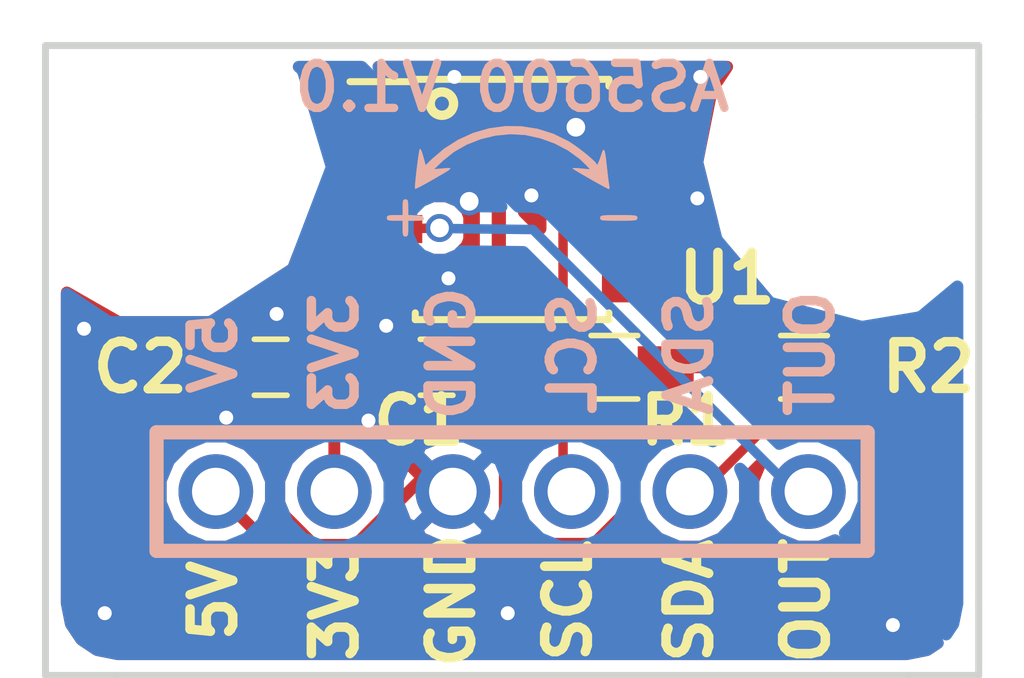
<source format=kicad_pcb>
(kicad_pcb (version 20171130) (host pcbnew "(5.1.10)-1")

  (general
    (thickness 1.6)
    (drawings 30)
    (tracks 76)
    (zones 0)
    (modules 22)
    (nets 10)
  )

  (page A4)
  (layers
    (0 F.Cu signal)
    (31 B.Cu signal)
    (32 B.Adhes user)
    (33 F.Adhes user)
    (34 B.Paste user)
    (35 F.Paste user)
    (36 B.SilkS user)
    (37 F.SilkS user)
    (38 B.Mask user)
    (39 F.Mask user)
    (40 Dwgs.User user)
    (41 Cmts.User user)
    (42 Eco1.User user)
    (43 Eco2.User user)
    (44 Edge.Cuts user)
    (45 Margin user)
    (46 B.CrtYd user)
    (47 F.CrtYd user)
    (48 B.Fab user)
    (49 F.Fab user hide)
  )

  (setup
    (last_trace_width 0.2032)
    (trace_clearance 0.1778)
    (zone_clearance 0.254)
    (zone_45_only no)
    (trace_min 0.2)
    (via_size 0.6)
    (via_drill 0.4)
    (via_min_size 0.4)
    (via_min_drill 0.3)
    (uvia_size 0.3)
    (uvia_drill 0.1)
    (uvias_allowed no)
    (uvia_min_size 0.2)
    (uvia_min_drill 0.1)
    (edge_width 0.15)
    (segment_width 0.2)
    (pcb_text_width 0.3)
    (pcb_text_size 1.5 1.5)
    (mod_edge_width 0.15)
    (mod_text_size 1 1)
    (mod_text_width 0.15)
    (pad_size 0.6 0.6)
    (pad_drill 0.3)
    (pad_to_mask_clearance 0)
    (aux_axis_origin 30 120)
    (grid_origin 30 120)
    (visible_elements 7FFFFF7F)
    (pcbplotparams
      (layerselection 0x00030_7ffffffe)
      (usegerberextensions true)
      (usegerberattributes true)
      (usegerberadvancedattributes true)
      (creategerberjobfile true)
      (excludeedgelayer true)
      (linewidth 0.100000)
      (plotframeref false)
      (viasonmask false)
      (mode 1)
      (useauxorigin false)
      (hpglpennumber 1)
      (hpglpenspeed 20)
      (hpglpendiameter 15.000000)
      (psnegative false)
      (psa4output false)
      (plotreference true)
      (plotvalue true)
      (plotinvisibletext false)
      (padsonsilk false)
      (subtractmaskfromsilk true)
      (outputformat 3)
      (mirror false)
      (drillshape 0)
      (scaleselection 1)
      (outputdirectory "step"))
  )

  (net 0 "")
  (net 1 +5V)
  (net 2 GND)
  (net 3 +3V3)
  (net 4 /OUT)
  (net 5 /SDA)
  (net 6 /SCL)
  (net 7 "Net-(P2-Pad1)")
  (net 8 "Net-(P3-Pad1)")
  (net 9 "Net-(U1-Pad5)")

  (net_class Default "これは標準のネット クラスです。"
    (clearance 0.1778)
    (trace_width 0.2032)
    (via_dia 0.6)
    (via_drill 0.4)
    (uvia_dia 0.3)
    (uvia_drill 0.1)
    (add_net /OUT)
    (add_net /SCL)
    (add_net /SDA)
    (add_net "Net-(P2-Pad1)")
    (add_net "Net-(P3-Pad1)")
    (add_net "Net-(U1-Pad5)")
  )

  (net_class Power ""
    (clearance 0.1778)
    (trace_width 0.254)
    (via_dia 0.6)
    (via_drill 0.4)
    (uvia_dia 0.3)
    (uvia_drill 0.1)
    (add_net GND)
  )

  (net_class Power2 ""
    (clearance 0.1778)
    (trace_width 0.3048)
    (via_dia 0.7112)
    (via_drill 0.4572)
    (uvia_dia 0.3)
    (uvia_drill 0.1)
    (add_net +3V3)
    (add_net +5V)
  )

  (module user:USER_GNDvia (layer F.Cu) (tedit 597D569E) (tstamp 597DCCA3)
    (at 39.906 118.6665)
    (fp_text reference "" (at 0 0.5) (layer F.Fab) hide
      (effects (font (size 0.127 0.127) (thickness 0.03175)))
    )
    (fp_text value "" (at 0 -0.5) (layer F.Fab) hide
      (effects (font (size 0.127 0.127) (thickness 0.03175)))
    )
    (pad "" thru_hole circle (at 0 0) (size 0.6 0.6) (drill 0.3) (layers *.Cu)
      (net 2 GND) (solder_mask_margin -0.000001) (clearance -0.000001) (zone_connect 2))
  )

  (module user:USER_GNDvia (layer F.Cu) (tedit 597D580D) (tstamp 597DCC8E)
    (at 34.6355 114.6025)
    (fp_text reference "" (at 0 0.5) (layer F.Fab) hide
      (effects (font (size 0.127 0.127) (thickness 0.03175)))
    )
    (fp_text value "" (at 0 -0.5) (layer F.Fab) hide
      (effects (font (size 0.127 0.127) (thickness 0.03175)))
    )
    (pad "" thru_hole circle (at -0.762 -0.127) (size 0.6 0.6) (drill 0.3) (layers *.Cu)
      (net 2 GND) (solder_mask_margin -0.000001) (clearance -0.000001) (zone_connect 2))
  )

  (module user:USER_GNDvia (layer F.Cu) (tedit 597D569E) (tstamp 597DCC82)
    (at 37.3025 112.507)
    (fp_text reference "" (at 0 0.5) (layer F.Fab) hide
      (effects (font (size 0.127 0.127) (thickness 0.03175)))
    )
    (fp_text value "" (at 0 -0.5) (layer F.Fab) hide
      (effects (font (size 0.127 0.127) (thickness 0.03175)))
    )
    (pad "" thru_hole circle (at 0 0) (size 0.6 0.6) (drill 0.3) (layers *.Cu)
      (net 2 GND) (solder_mask_margin -0.000001) (clearance -0.000001) (zone_connect 2))
  )

  (module user:USER_GNDvia (layer F.Cu) (tedit 597D569E) (tstamp 597DCC7D)
    (at 38.636 111.491)
    (fp_text reference "" (at 0 0.5) (layer F.Fab) hide
      (effects (font (size 0.127 0.127) (thickness 0.03175)))
    )
    (fp_text value "" (at 0 -0.5) (layer F.Fab) hide
      (effects (font (size 0.127 0.127) (thickness 0.03175)))
    )
    (pad "" thru_hole circle (at 0 0) (size 0.6 0.6) (drill 0.3) (layers *.Cu)
      (net 2 GND) (solder_mask_margin -0.000001) (clearance -0.000001) (zone_connect 2))
  )

  (module user:USER_GNDvia (layer F.Cu) (tedit 597D5871) (tstamp 597DCC78)
    (at 34.445 112.3165)
    (fp_text reference "" (at 0 0.5) (layer F.Fab) hide
      (effects (font (size 0.127 0.127) (thickness 0.03175)))
    )
    (fp_text value "" (at 0 -0.5) (layer F.Fab) hide
      (effects (font (size 0.127 0.127) (thickness 0.03175)))
    )
    (pad "" thru_hole circle (at 0.508 -0.0635) (size 0.6 0.6) (drill 0.3) (layers *.Cu)
      (net 2 GND) (solder_mask_margin -0.000001) (clearance -0.000001) (zone_connect 2))
  )

  (module user:USER_GNDvia (layer F.Cu) (tedit 597D569E) (tstamp 597DCC73)
    (at 36.9215 114.539)
    (fp_text reference "" (at 0 0.5) (layer F.Fab) hide
      (effects (font (size 0.127 0.127) (thickness 0.03175)))
    )
    (fp_text value "" (at 0 -0.5) (layer F.Fab) hide
      (effects (font (size 0.127 0.127) (thickness 0.03175)))
    )
    (pad "" thru_hole circle (at 0 0) (size 0.6 0.6) (drill 0.3) (layers *.Cu)
      (net 2 GND) (solder_mask_margin -0.000001) (clearance -0.000001) (zone_connect 2))
  )

  (module user:USER_GNDvia (layer F.Cu) (tedit 597D569E) (tstamp 597DCC6E)
    (at 30.8255 112.5705)
    (fp_text reference "" (at 0 0.5) (layer F.Fab) hide
      (effects (font (size 0.127 0.127) (thickness 0.03175)))
    )
    (fp_text value "" (at 0 -0.5) (layer F.Fab) hide
      (effects (font (size 0.127 0.127) (thickness 0.03175)))
    )
    (pad "" thru_hole circle (at 0 0) (size 0.6 0.6) (drill 0.3) (layers *.Cu)
      (net 2 GND) (solder_mask_margin -0.000001) (clearance -0.000001) (zone_connect 2))
  )

  (module user:USER_GNDvia (layer F.Cu) (tedit 597D569E) (tstamp 597DCC69)
    (at 31.27 118.6665)
    (fp_text reference "" (at 0 0.5) (layer F.Fab) hide
      (effects (font (size 0.127 0.127) (thickness 0.03175)))
    )
    (fp_text value "" (at 0 -0.5) (layer F.Fab) hide
      (effects (font (size 0.127 0.127) (thickness 0.03175)))
    )
    (pad "" thru_hole circle (at 0 0) (size 0.6 0.6) (drill 0.3) (layers *.Cu)
      (net 2 GND) (solder_mask_margin -0.000001) (clearance -0.000001) (zone_connect 2))
  )

  (module user:USER_GNDvia (layer F.Cu) (tedit 597D569E) (tstamp 597DCC5F)
    (at 48.161 118.9205)
    (fp_text reference "" (at 0 0.5) (layer F.Fab) hide
      (effects (font (size 0.127 0.127) (thickness 0.03175)))
    )
    (fp_text value "" (at 0 -0.5) (layer F.Fab) hide
      (effects (font (size 0.127 0.127) (thickness 0.03175)))
    )
    (pad "" thru_hole circle (at 0 0) (size 0.6 0.6) (drill 0.3) (layers *.Cu)
      (net 2 GND) (solder_mask_margin -0.000001) (clearance -0.000001) (zone_connect 2))
  )

  (module user:USER_GNDvia (layer F.Cu) (tedit 597D569E) (tstamp 597DCC53)
    (at 40.414 109.713)
    (fp_text reference "" (at 0 0.5) (layer F.Fab) hide
      (effects (font (size 0.127 0.127) (thickness 0.03175)))
    )
    (fp_text value "" (at 0 -0.5) (layer F.Fab) hide
      (effects (font (size 0.127 0.127) (thickness 0.03175)))
    )
    (pad "" thru_hole circle (at 0 0) (size 0.6 0.6) (drill 0.3) (layers *.Cu)
      (net 2 GND) (solder_mask_margin -0.000001) (clearance -0.000001) (zone_connect 2))
  )

  (module user:USER_GNDvia (layer F.Cu) (tedit 597D569E) (tstamp 597DCC4E)
    (at 38.763 107.173)
    (fp_text reference "" (at 0 0.5) (layer F.Fab) hide
      (effects (font (size 0.127 0.127) (thickness 0.03175)))
    )
    (fp_text value "" (at 0 -0.5) (layer F.Fab) hide
      (effects (font (size 0.127 0.127) (thickness 0.03175)))
    )
    (pad "" thru_hole circle (at 0 0) (size 0.6 0.6) (drill 0.3) (layers *.Cu)
      (net 2 GND) (solder_mask_margin -0.000001) (clearance -0.000001) (zone_connect 2))
  )

  (module user:USER_GNDvia (layer F.Cu) (tedit 597D569E) (tstamp 597DCC43)
    (at 43.97 109.7765)
    (fp_text reference "" (at 0 0.5) (layer F.Fab) hide
      (effects (font (size 0.127 0.127) (thickness 0.03175)))
    )
    (fp_text value "" (at 0 -0.5) (layer F.Fab) hide
      (effects (font (size 0.127 0.127) (thickness 0.03175)))
    )
    (pad "" thru_hole circle (at 0 0) (size 0.6 0.6) (drill 0.3) (layers *.Cu)
      (net 2 GND) (solder_mask_margin -0.000001) (clearance -0.000001) (zone_connect 2))
  )

  (module Mounting_Holes:MountingHole_3.2mm_M3 (layer F.Cu) (tedit 597422B9) (tstamp 5974403A)
    (at 32.5 109)
    (descr "Mounting Hole 3.2mm, no annular, M3")
    (tags "mounting hole 3.2mm no annular m3")
    (path /59741010)
    (fp_text reference P2 (at 0 -4.2) (layer F.SilkS) hide
      (effects (font (size 1 1) (thickness 0.15)))
    )
    (fp_text value MountHole_M3 (at 0 4.2) (layer F.Fab) hide
      (effects (font (size 1 1) (thickness 0.15)))
    )
    (fp_circle (center 0 0) (end 3.45 0) (layer F.CrtYd) (width 0.05))
    (fp_circle (center 0 0) (end 3.2 0) (layer Cmts.User) (width 0.15))
    (pad 1 np_thru_hole circle (at 0 0) (size 3.2 3.2) (drill 3.2) (layers *.Cu *.Mask)
      (net 7 "Net-(P2-Pad1)"))
  )

  (module Mounting_Holes:MountingHole_3.2mm_M3 (layer F.Cu) (tedit 597422B6) (tstamp 59744041)
    (at 47.5 109)
    (descr "Mounting Hole 3.2mm, no annular, M3")
    (tags "mounting hole 3.2mm no annular m3")
    (path /59741205)
    (fp_text reference P3 (at 0 -4.2) (layer F.SilkS) hide
      (effects (font (size 1 1) (thickness 0.15)))
    )
    (fp_text value MountHole_M3 (at 0 4.2) (layer F.Fab) hide
      (effects (font (size 1 1) (thickness 0.15)))
    )
    (fp_circle (center 0 0) (end 3.45 0) (layer F.CrtYd) (width 0.05))
    (fp_circle (center 0 0) (end 3.2 0) (layer Cmts.User) (width 0.15))
    (pad 1 np_thru_hole circle (at 0 0) (size 3.2 3.2) (drill 3.2) (layers *.Cu *.Mask)
      (net 8 "Net-(P3-Pad1)"))
  )

  (module logos:Logo_DirRot_v01 (layer B.Cu) (tedit 0) (tstamp 597440B2)
    (at 40 109.8 180)
    (path /59741E29)
    (fp_text reference G1 (at 0 0 180) (layer B.SilkS) hide
      (effects (font (size 1.524 1.524) (thickness 0.3)) (justify mirror))
    )
    (fp_text value LOGO (at 0.75 0 180) (layer B.SilkS) hide
      (effects (font (size 1.524 1.524) (thickness 0.3)) (justify mirror))
    )
    (fp_poly (pts (xy 0.492917 1.52099) (xy 0.829835 1.423992) (xy 1.153311 1.277949) (xy 1.457971 1.083556)
      (xy 1.710726 0.868716) (xy 1.855119 0.729049) (xy 1.905725 0.916004) (xy 1.93315 1.005266)
      (xy 1.957734 1.064361) (xy 1.974447 1.081376) (xy 1.975225 1.080646) (xy 1.985156 1.046099)
      (xy 1.998795 0.968464) (xy 2.014703 0.859834) (xy 2.031439 0.732302) (xy 2.047564 0.59796)
      (xy 2.061637 0.468902) (xy 2.07222 0.357219) (xy 2.077872 0.275006) (xy 2.077154 0.234355)
      (xy 2.076221 0.232369) (xy 2.0485 0.240951) (xy 1.9814 0.273403) (xy 1.884173 0.324941)
      (xy 1.766071 0.390781) (xy 1.730189 0.411319) (xy 1.566546 0.505509) (xy 1.448106 0.574677)
      (xy 1.37138 0.622351) (xy 1.332879 0.652056) (xy 1.329115 0.667322) (xy 1.356599 0.671674)
      (xy 1.411841 0.66864) (xy 1.481667 0.662573) (xy 1.679222 0.645575) (xy 1.483076 0.833044)
      (xy 1.244942 1.023625) (xy 0.970709 1.179234) (xy 0.671011 1.296559) (xy 0.356477 1.372289)
      (xy 0.037739 1.403112) (xy -0.274572 1.385716) (xy -0.285908 1.384098) (xy -0.608491 1.313724)
      (xy -0.917003 1.201244) (xy -1.201307 1.051701) (xy -1.451266 0.870139) (xy -1.594555 0.733006)
      (xy -1.679222 0.641675) (xy -1.488722 0.66029) (xy -1.393551 0.668021) (xy -1.325255 0.670577)
      (xy -1.298244 0.66743) (xy -1.298222 0.667255) (xy -1.321266 0.649894) (xy -1.383597 0.611184)
      (xy -1.47502 0.556924) (xy -1.585336 0.492915) (xy -1.704348 0.424957) (xy -1.821858 0.35885)
      (xy -1.927669 0.300394) (xy -2.011584 0.25539) (xy -2.063403 0.229638) (xy -2.074399 0.225778)
      (xy -2.08449 0.24884) (xy -2.079624 0.289278) (xy -2.070727 0.342125) (xy -2.057996 0.437)
      (xy -2.043229 0.55977) (xy -2.030227 0.677333) (xy -2.011059 0.849073) (xy -1.994715 0.968103)
      (xy -1.979463 1.037971) (xy -1.963568 1.062227) (xy -1.945301 1.04442) (xy -1.922926 0.988101)
      (xy -1.905476 0.932905) (xy -1.872433 0.835759) (xy -1.842062 0.766914) (xy -1.818752 0.734134)
      (xy -1.806893 0.745183) (xy -1.806222 0.757372) (xy -1.784685 0.791265) (xy -1.726474 0.849671)
      (xy -1.641192 0.924787) (xy -1.538442 1.008805) (xy -1.427825 1.093922) (xy -1.318944 1.172331)
      (xy -1.221401 1.236227) (xy -1.205152 1.245959) (xy -0.881658 1.40462) (xy -0.544729 1.510757)
      (xy -0.19974 1.565068) (xy 0.147934 1.568247) (xy 0.492917 1.52099)) (layer B.SilkS) (width 0.01))
    (fp_poly (pts (xy -2.129648 -0.339085) (xy -2.021065 -0.341168) (xy -1.951577 -0.346153) (xy -1.912508 -0.35528)
      (xy -1.895186 -0.369787) (xy -1.890935 -0.390916) (xy -1.890889 -0.395111) (xy -1.89382 -0.417447)
      (xy -1.908396 -0.432959) (xy -1.943291 -0.442886) (xy -2.007179 -0.448467) (xy -2.108735 -0.450942)
      (xy -2.256633 -0.451549) (xy -2.286 -0.451556) (xy -2.442352 -0.451137) (xy -2.550935 -0.449055)
      (xy -2.620423 -0.44407) (xy -2.659492 -0.434943) (xy -2.676814 -0.420435) (xy -2.681064 -0.399306)
      (xy -2.681111 -0.395111) (xy -2.67818 -0.372775) (xy -2.663604 -0.357263) (xy -2.628709 -0.347336)
      (xy -2.564821 -0.341755) (xy -2.463265 -0.33928) (xy -2.315367 -0.338673) (xy -2.286 -0.338667)
      (xy -2.129648 -0.339085)) (layer B.SilkS) (width 0.01))
    (fp_poly (pts (xy 2.317525 -0.006179) (xy 2.33456 -0.03332) (xy 2.341407 -0.094332) (xy 2.342445 -0.169333)
      (xy 2.342445 -0.338667) (xy 2.511778 -0.338667) (xy 2.606354 -0.340726) (xy 2.657458 -0.349773)
      (xy 2.677998 -0.370111) (xy 2.681111 -0.395111) (xy 2.674933 -0.426636) (xy 2.647791 -0.443671)
      (xy 2.586779 -0.450518) (xy 2.511778 -0.451556) (xy 2.342445 -0.451556) (xy 2.342445 -0.620889)
      (xy 2.340385 -0.715465) (xy 2.331338 -0.766569) (xy 2.311 -0.787109) (xy 2.286 -0.790222)
      (xy 2.254475 -0.784044) (xy 2.23744 -0.756902) (xy 2.230593 -0.69589) (xy 2.229556 -0.620889)
      (xy 2.229556 -0.451556) (xy 2.058153 -0.451556) (xy 1.963095 -0.449452) (xy 1.912701 -0.440763)
      (xy 1.895272 -0.421923) (xy 1.896149 -0.402167) (xy 1.914185 -0.372273) (xy 1.962296 -0.354653)
      (xy 2.052853 -0.345131) (xy 2.067552 -0.344314) (xy 2.229556 -0.33585) (xy 2.229556 -0.167925)
      (xy 2.23165 -0.073827) (xy 2.240834 -0.023154) (xy 2.261463 -0.002951) (xy 2.286 0)
      (xy 2.317525 -0.006179)) (layer B.SilkS) (width 0.01))
  )

  (module user:USER_GNDvia (layer F.Cu) (tedit 597D569E) (tstamp 597DCC32)
    (at 44.0335 107.173)
    (fp_text reference "" (at 0 0.5) (layer F.Fab) hide
      (effects (font (size 0.127 0.127) (thickness 0.03175)))
    )
    (fp_text value "" (at 0 -0.5) (layer F.Fab) hide
      (effects (font (size 0.127 0.127) (thickness 0.03175)))
    )
    (pad "" thru_hole circle (at 0 0) (size 0.6 0.6) (drill 0.3) (layers *.Cu)
      (net 2 GND) (solder_mask_margin -0.000001) (clearance -0.000001) (zone_connect 2))
  )

  (module footprints:C_0603_HandSoldering (layer F.Cu) (tedit 61454B21) (tstamp 6145B387)
    (at 38.382 113.396 180)
    (descr "Capacitor SMD 0603, hand soldering")
    (tags "capacitor 0603")
    (path /594F4454)
    (attr smd)
    (fp_text reference C1 (at 0.381 -1.143 180) (layer F.SilkS)
      (effects (font (size 0.9652 0.9652) (thickness 0.2032)))
    )
    (fp_text value 0.1u (at 0 1.5 180) (layer F.Fab) hide
      (effects (font (size 1 1) (thickness 0.15)))
    )
    (fp_line (start 1.8 0.65) (end -1.8 0.65) (layer F.CrtYd) (width 0.05))
    (fp_line (start 1.8 0.65) (end 1.8 -0.65) (layer F.CrtYd) (width 0.05))
    (fp_line (start -1.8 -0.65) (end -1.8 0.65) (layer F.CrtYd) (width 0.05))
    (fp_line (start -1.8 -0.65) (end 1.8 -0.65) (layer F.CrtYd) (width 0.05))
    (fp_line (start 0.35 0.6) (end -0.35 0.6) (layer F.SilkS) (width 0.12))
    (fp_line (start -0.35 -0.6) (end 0.35 -0.6) (layer F.SilkS) (width 0.12))
    (fp_line (start -0.8 -0.4) (end 0.8 -0.4) (layer F.Fab) (width 0.1))
    (fp_line (start 0.8 -0.4) (end 0.8 0.4) (layer F.Fab) (width 0.1))
    (fp_line (start 0.8 0.4) (end -0.8 0.4) (layer F.Fab) (width 0.1))
    (fp_line (start -0.8 0.4) (end -0.8 -0.4) (layer F.Fab) (width 0.1))
    (fp_text user %R (at 0 -1.25) (layer F.Fab)
      (effects (font (size 1 1) (thickness 0.15)))
    )
    (pad 1 smd rect (at -0.95 0 180) (size 1.2 0.75) (layers F.Cu F.Paste F.Mask)
      (net 1 +5V))
    (pad 2 smd rect (at 0.95 0 180) (size 1.2 0.75) (layers F.Cu F.Paste F.Mask)
      (net 2 GND))
    (model ${KIPRJMOD}/3d/C_0603_1608Metric.step
      (at (xyz 0 0 0))
      (scale (xyz 1 1 1))
      (rotate (xyz 0 0 0))
    )
  )

  (module footprints:C_0603_HandSoldering (layer F.Cu) (tedit 61454B21) (tstamp 6145B397)
    (at 34.826 113.396 180)
    (descr "Capacitor SMD 0603, hand soldering")
    (tags "capacitor 0603")
    (path /594F4545)
    (attr smd)
    (fp_text reference C2 (at 2.794 0) (layer F.SilkS)
      (effects (font (size 1.016 1.016) (thickness 0.2032)))
    )
    (fp_text value 1u (at 0 1.5 180) (layer F.Fab) hide
      (effects (font (size 1 1) (thickness 0.15)))
    )
    (fp_text user %R (at 0 -1.25) (layer F.Fab)
      (effects (font (size 1 1) (thickness 0.15)))
    )
    (fp_line (start -0.8 0.4) (end -0.8 -0.4) (layer F.Fab) (width 0.1))
    (fp_line (start 0.8 0.4) (end -0.8 0.4) (layer F.Fab) (width 0.1))
    (fp_line (start 0.8 -0.4) (end 0.8 0.4) (layer F.Fab) (width 0.1))
    (fp_line (start -0.8 -0.4) (end 0.8 -0.4) (layer F.Fab) (width 0.1))
    (fp_line (start -0.35 -0.6) (end 0.35 -0.6) (layer F.SilkS) (width 0.12))
    (fp_line (start 0.35 0.6) (end -0.35 0.6) (layer F.SilkS) (width 0.12))
    (fp_line (start -1.8 -0.65) (end 1.8 -0.65) (layer F.CrtYd) (width 0.05))
    (fp_line (start -1.8 -0.65) (end -1.8 0.65) (layer F.CrtYd) (width 0.05))
    (fp_line (start 1.8 0.65) (end 1.8 -0.65) (layer F.CrtYd) (width 0.05))
    (fp_line (start 1.8 0.65) (end -1.8 0.65) (layer F.CrtYd) (width 0.05))
    (pad 2 smd rect (at 0.95 0 180) (size 1.2 0.75) (layers F.Cu F.Paste F.Mask)
      (net 2 GND))
    (pad 1 smd rect (at -0.95 0 180) (size 1.2 0.75) (layers F.Cu F.Paste F.Mask)
      (net 3 +3V3))
    (model ${KIPRJMOD}/3d/C_0603_1608Metric.step
      (at (xyz 0 0 0))
      (scale (xyz 1 1 1))
      (rotate (xyz 0 0 0))
    )
  )

  (module footprints:USER_SIL-6 (layer B.Cu) (tedit 61454C38) (tstamp 6145B3A7)
    (at 40 116.06)
    (descr "Connecteur 3 pins")
    (tags "CONN DEV")
    (path /594F3E81)
    (fp_text reference P1 (at 0 2.032) (layer B.SilkS) hide
      (effects (font (size 1.016 1.016) (thickness 0.1778)) (justify mirror))
    )
    (fp_text value CONN_01X06 (at 0 -2.54) (layer B.SilkS) hide
      (effects (font (size 1.016 1.016) (thickness 0.1778)) (justify mirror))
    )
    (fp_line (start -7.62 -1.27) (end -7.62 1.27) (layer B.SilkS) (width 0.3048))
    (fp_line (start -7.62 1.27) (end 7.62 1.27) (layer B.SilkS) (width 0.3048))
    (fp_line (start 7.62 1.27) (end 7.62 -1.27) (layer B.SilkS) (width 0.3048))
    (fp_line (start 7.62 -1.27) (end -7.62 -1.27) (layer B.SilkS) (width 0.3048))
    (pad 1 thru_hole circle (at -6.35 0) (size 1.6 1.6) (drill 1.02) (layers *.Cu *.Mask)
      (net 1 +5V))
    (pad 2 thru_hole circle (at -3.81 0) (size 1.6 1.6) (drill 1.02) (layers *.Cu *.Mask)
      (net 3 +3V3))
    (pad 3 thru_hole circle (at -1.27 0) (size 1.6 1.6) (drill 1.02) (layers *.Cu *.Mask)
      (net 2 GND))
    (pad 4 thru_hole circle (at 1.27 0) (size 1.6 1.6) (drill 1.02) (layers *.Cu *.Mask)
      (net 6 /SCL))
    (pad 5 thru_hole circle (at 3.81 0) (size 1.6 1.6) (drill 1.02) (layers *.Cu *.Mask)
      (net 5 /SDA))
    (pad 6 thru_hole circle (at 6.35 0) (size 1.6 1.6) (drill 1.02) (layers *.Cu *.Mask)
      (net 4 /OUT))
  )

  (module footprints:R_0603_HandSoldering (layer F.Cu) (tedit 61454AB3) (tstamp 6145B3B4)
    (at 42.192 113.396 180)
    (descr "Resistor SMD 0603, hand soldering")
    (tags "resistor 0603")
    (path /594F42E7)
    (attr smd)
    (fp_text reference R1 (at -1.524 -1.143 180) (layer F.SilkS)
      (effects (font (size 0.9652 0.9652) (thickness 0.2032)))
    )
    (fp_text value 3.9k (at 0 1.55 180) (layer F.Fab) hide
      (effects (font (size 1 1) (thickness 0.15)))
    )
    (fp_line (start 1.95 0.7) (end -1.96 0.7) (layer F.CrtYd) (width 0.05))
    (fp_line (start 1.95 0.7) (end 1.95 -0.7) (layer F.CrtYd) (width 0.05))
    (fp_line (start -1.96 -0.7) (end -1.96 0.7) (layer F.CrtYd) (width 0.05))
    (fp_line (start -1.96 -0.7) (end 1.95 -0.7) (layer F.CrtYd) (width 0.05))
    (fp_line (start -0.5 -0.68) (end 0.5 -0.68) (layer F.SilkS) (width 0.12))
    (fp_line (start 0.5 0.68) (end -0.5 0.68) (layer F.SilkS) (width 0.12))
    (fp_line (start -0.8 -0.4) (end 0.8 -0.4) (layer F.Fab) (width 0.1))
    (fp_line (start 0.8 -0.4) (end 0.8 0.4) (layer F.Fab) (width 0.1))
    (fp_line (start 0.8 0.4) (end -0.8 0.4) (layer F.Fab) (width 0.1))
    (fp_line (start -0.8 0.4) (end -0.8 -0.4) (layer F.Fab) (width 0.1))
    (fp_text user %R (at 0 0) (layer F.Fab)
      (effects (font (size 0.4 0.4) (thickness 0.075)))
    )
    (pad 1 smd rect (at -1.1 0 180) (size 1.2 0.9) (layers F.Cu F.Paste F.Mask)
      (net 1 +5V))
    (pad 2 smd rect (at 1.1 0 180) (size 1.2 0.9) (layers F.Cu F.Paste F.Mask)
      (net 6 /SCL))
    (model ${KIPRJMOD}/3d/R_0603_1608Metric.step
      (at (xyz 0 0 0))
      (scale (xyz 1 1 1))
      (rotate (xyz 0 0 0))
    )
  )

  (module footprints:R_0603_HandSoldering (layer F.Cu) (tedit 61454AB3) (tstamp 6145B3C4)
    (at 46.256 113.396)
    (descr "Resistor SMD 0603, hand soldering")
    (tags "resistor 0603")
    (path /594F4FF9)
    (attr smd)
    (fp_text reference R2 (at 2.667 0 180) (layer F.SilkS)
      (effects (font (size 1 1) (thickness 0.2032)))
    )
    (fp_text value 3.9k (at 0 1.55) (layer F.Fab) hide
      (effects (font (size 1 1) (thickness 0.15)))
    )
    (fp_text user %R (at 0 0) (layer F.Fab)
      (effects (font (size 0.4 0.4) (thickness 0.075)))
    )
    (fp_line (start -0.8 0.4) (end -0.8 -0.4) (layer F.Fab) (width 0.1))
    (fp_line (start 0.8 0.4) (end -0.8 0.4) (layer F.Fab) (width 0.1))
    (fp_line (start 0.8 -0.4) (end 0.8 0.4) (layer F.Fab) (width 0.1))
    (fp_line (start -0.8 -0.4) (end 0.8 -0.4) (layer F.Fab) (width 0.1))
    (fp_line (start 0.5 0.68) (end -0.5 0.68) (layer F.SilkS) (width 0.12))
    (fp_line (start -0.5 -0.68) (end 0.5 -0.68) (layer F.SilkS) (width 0.12))
    (fp_line (start -1.96 -0.7) (end 1.95 -0.7) (layer F.CrtYd) (width 0.05))
    (fp_line (start -1.96 -0.7) (end -1.96 0.7) (layer F.CrtYd) (width 0.05))
    (fp_line (start 1.95 0.7) (end 1.95 -0.7) (layer F.CrtYd) (width 0.05))
    (fp_line (start 1.95 0.7) (end -1.96 0.7) (layer F.CrtYd) (width 0.05))
    (pad 2 smd rect (at 1.1 0) (size 1.2 0.9) (layers F.Cu F.Paste F.Mask)
      (net 5 /SDA))
    (pad 1 smd rect (at -1.1 0) (size 1.2 0.9) (layers F.Cu F.Paste F.Mask)
      (net 1 +5V))
    (model ${KIPRJMOD}/3d/R_0603_1608Metric.step
      (at (xyz 0 0 0))
      (scale (xyz 1 1 1))
      (rotate (xyz 0 0 0))
    )
  )

  (module footprints:SOIC-8_3.9x4.9mm_Pitch1.27mm locked (layer F.Cu) (tedit 5FB84F0D) (tstamp 6145B3D4)
    (at 40 109.8)
    (descr "8-Lead Plastic Small Outline (SN) - Narrow, 3.90 mm Body [SOIC] (see Microchip Packaging Specification 00000049BS.pdf)")
    (tags "SOIC 1.27")
    (path /594F3E3A)
    (attr smd)
    (fp_text reference U1 (at 4.605 1.691) (layer F.SilkS)
      (effects (font (size 1.016 1.016) (thickness 0.2032)))
    )
    (fp_text value AS5600 (at 0.132 -0.016 90) (layer F.Fab)
      (effects (font (size 0.8 0.8) (thickness 0.15)))
    )
    (fp_line (start -0.95 -2.45) (end 1.95 -2.45) (layer F.Fab) (width 0.1))
    (fp_line (start 1.95 -2.45) (end 1.95 2.45) (layer F.Fab) (width 0.1))
    (fp_line (start 1.95 2.45) (end -1.95 2.45) (layer F.Fab) (width 0.1))
    (fp_line (start -1.95 2.45) (end -1.95 -1.45) (layer F.Fab) (width 0.1))
    (fp_line (start -1.95 -1.45) (end -0.95 -2.45) (layer F.Fab) (width 0.1))
    (fp_line (start -3.73 -2.7) (end -3.73 2.7) (layer F.CrtYd) (width 0.05))
    (fp_line (start 3.73 -2.7) (end 3.73 2.7) (layer F.CrtYd) (width 0.05))
    (fp_line (start -3.73 -2.7) (end 3.73 -2.7) (layer F.CrtYd) (width 0.05))
    (fp_line (start -3.73 2.7) (end 3.73 2.7) (layer F.CrtYd) (width 0.05))
    (fp_line (start -2.075 -2.575) (end -2.075 -2.525) (layer F.SilkS) (width 0.15))
    (fp_line (start 2.075 -2.575) (end 2.075 -2.43) (layer F.SilkS) (width 0.15))
    (fp_line (start 2.075 2.575) (end 2.075 2.43) (layer F.SilkS) (width 0.15))
    (fp_line (start -2.075 2.575) (end -2.075 2.43) (layer F.SilkS) (width 0.15))
    (fp_line (start -2.075 -2.575) (end 2.075 -2.575) (layer F.SilkS) (width 0.15))
    (fp_line (start -2.075 2.575) (end 2.075 2.575) (layer F.SilkS) (width 0.15))
    (fp_line (start -2.075 -2.525) (end -3.475 -2.525) (layer F.SilkS) (width 0.15))
    (fp_text user %R (at 0 0) (layer F.Fab)
      (effects (font (size 1 1) (thickness 0.15)))
    )
    (pad 1 smd rect (at -2.7 -1.905) (size 1.55 0.6) (layers F.Cu F.Paste F.Mask)
      (net 1 +5V))
    (pad 2 smd rect (at -2.7 -0.635) (size 1.55 0.6) (layers F.Cu F.Paste F.Mask)
      (net 3 +3V3))
    (pad 3 smd rect (at -2.7 0.635) (size 1.55 0.6) (layers F.Cu F.Paste F.Mask)
      (net 4 /OUT))
    (pad 4 smd rect (at -2.7 1.905) (size 1.55 0.6) (layers F.Cu F.Paste F.Mask)
      (net 2 GND))
    (pad 5 smd rect (at 2.7 1.905) (size 1.55 0.6) (layers F.Cu F.Paste F.Mask)
      (net 9 "Net-(U1-Pad5)"))
    (pad 6 smd rect (at 2.7 0.635) (size 1.55 0.6) (layers F.Cu F.Paste F.Mask)
      (net 5 /SDA))
    (pad 7 smd rect (at 2.7 -0.635) (size 1.55 0.6) (layers F.Cu F.Paste F.Mask)
      (net 6 /SCL))
    (pad 8 smd rect (at 2.7 -1.905) (size 1.55 0.6) (layers F.Cu F.Paste F.Mask)
      (net 2 GND))
    (model ${KISYS3DMOD}/Package_SO.3dshapes/SOIC-8_3.9x4.9mm_P1.27mm.step
      (at (xyz 0 0 0))
      (scale (xyz 1 1 1))
      (rotate (xyz 0 0 0))
    )
  )

  (gr_line (start 50 106.5) (end 50 108) (layer Edge.Cuts) (width 0.15) (tstamp 6145B423))
  (gr_line (start 48.5 106.5) (end 50 106.5) (layer Edge.Cuts) (width 0.15))
  (gr_line (start 50 120) (end 50 118.5) (layer Edge.Cuts) (width 0.15) (tstamp 6145B422))
  (gr_line (start 48.5 120) (end 50 120) (layer Edge.Cuts) (width 0.15))
  (gr_line (start 30 120) (end 31.5 120) (layer Edge.Cuts) (width 0.15) (tstamp 6145B421))
  (gr_line (start 30 118.5) (end 30 120) (layer Edge.Cuts) (width 0.15))
  (gr_line (start 30 106.5) (end 30 108) (layer Edge.Cuts) (width 0.15) (tstamp 6145B420))
  (gr_line (start 31.5 106.5) (end 30 106.5) (layer Edge.Cuts) (width 0.15))
  (gr_arc (start 31.5 118.5) (end 31.5 120) (angle 90) (layer Dwgs.User) (width 0.15))
  (gr_arc (start 31.5 108) (end 30 108) (angle 90) (layer Dwgs.User) (width 0.15))
  (gr_arc (start 48.5 108) (end 48.5 106.5) (angle 90) (layer Dwgs.User) (width 0.15))
  (gr_arc (start 48.5 118.5) (end 50 118.5) (angle 90) (layer Dwgs.User) (width 0.15))
  (gr_text "AS5600 V1.0" (at 40 107.4) (layer B.SilkS)
    (effects (font (size 0.9652 0.9652) (thickness 0.1778)) (justify mirror))
  )
  (gr_line (start 31.5 120) (end 48.5 120) (angle 90) (layer Edge.Cuts) (width 0.15))
  (gr_line (start 50 108) (end 50 118.5) (angle 90) (layer Edge.Cuts) (width 0.15))
  (gr_line (start 31.5 106.5) (end 48.5 106.5) (angle 90) (layer Edge.Cuts) (width 0.15))
  (gr_line (start 30 118.5) (end 30 108) (angle 90) (layer Edge.Cuts) (width 0.15))
  (gr_text 3V3 (at 36.2 113.1 90) (layer B.SilkS)
    (effects (font (size 0.9144 0.9144) (thickness 0.2032)) (justify mirror))
  )
  (gr_text GND (at 38.7 113.1 90) (layer B.SilkS)
    (effects (font (size 0.9144 0.9144) (thickness 0.2032)) (justify mirror))
  )
  (gr_text SCL (at 41.3 113.1 90) (layer B.SilkS)
    (effects (font (size 0.9144 0.9144) (thickness 0.2032)) (justify mirror))
  )
  (gr_text SDA (at 43.8 113.1 90) (layer B.SilkS)
    (effects (font (size 0.9144 0.9144) (thickness 0.2032)) (justify mirror))
  )
  (gr_text OUT (at 46.4 113.1 90) (layer B.SilkS)
    (effects (font (size 0.9144 0.9144) (thickness 0.2032)) (justify mirror))
  )
  (gr_text 5V (at 33.6 113.1 90) (layer B.SilkS)
    (effects (font (size 0.9144 0.9144) (thickness 0.2032)) (justify mirror))
  )
  (gr_circle (center 38.496 107.746) (end 38.746 107.746) (layer F.SilkS) (width 0.2))
  (gr_text OUT (at 46.3 118.4 90) (layer F.SilkS)
    (effects (font (size 0.9144 0.9144) (thickness 0.2032)))
  )
  (gr_text SDA (at 43.8 118.4 90) (layer F.SilkS)
    (effects (font (size 0.9144 0.9144) (thickness 0.2032)))
  )
  (gr_text SCL (at 41.2 118.4 90) (layer F.SilkS)
    (effects (font (size 0.9144 0.9144) (thickness 0.2032)))
  )
  (gr_text 5V (at 33.6 118.4 90) (layer F.SilkS)
    (effects (font (size 0.9144 0.9144) (thickness 0.2032)))
  )
  (gr_text GND (at 38.7 118.4 90) (layer F.SilkS)
    (effects (font (size 0.9144 0.9144) (thickness 0.2032)))
  )
  (gr_text 3V3 (at 36.2 118.4 90) (layer F.SilkS)
    (effects (font (size 0.9144 0.9144) (thickness 0.2032)))
  )

  (segment (start 37.3 107.895) (end 38.088 107.895) (width 0.3048) (layer F.Cu) (net 1))
  (segment (start 39.332 112.6365) (end 39.332 113.396) (width 0.3048) (layer F.Cu) (net 1) (tstamp 597DCC29))
  (segment (start 39.7155 112.253) (end 39.332 112.6365) (width 0.3048) (layer F.Cu) (net 1) (tstamp 597DCC28))
  (segment (start 39.7155 109.5225) (end 39.7155 112.253) (width 0.3048) (layer F.Cu) (net 1) (tstamp 597DCC26))
  (segment (start 38.088 107.895) (end 39.7155 109.5225) (width 0.3048) (layer F.Cu) (net 1) (tstamp 597DCC25))
  (segment (start 39.8434 117.1791) (end 41.753 117.1791) (width 0.254) (layer F.Cu) (net 1))
  (segment (start 43.292 113.396) (end 43.292 114.1511) (width 0.254) (layer F.Cu) (net 1))
  (segment (start 42.54 114.9031) (end 43.292 114.1511) (width 0.254) (layer F.Cu) (net 1))
  (segment (start 42.54 116.3921) (end 42.54 114.9031) (width 0.254) (layer F.Cu) (net 1))
  (segment (start 41.753 117.1791) (end 42.54 116.3921) (width 0.254) (layer F.Cu) (net 1))
  (segment (start 37.3 107.895) (end 37.961 107.895) (width 0.3048) (layer F.Cu) (net 1))
  (segment (start 39.332 113.396) (end 39.332 114.0761) (width 0.254) (layer F.Cu) (net 1))
  (segment (start 39.8434 114.5875) (end 39.332 114.0761) (width 0.254) (layer F.Cu) (net 1))
  (segment (start 39.8434 117.1791) (end 39.8434 114.5875) (width 0.254) (layer F.Cu) (net 1))
  (segment (start 45.156 113.396) (end 43.292 113.396) (width 0.254) (layer F.Cu) (net 1))
  (segment (start 39.3885 117.634) (end 39.8434 117.1791) (width 0.254) (layer F.Cu) (net 1))
  (segment (start 35.224 117.634) (end 39.3885 117.634) (width 0.254) (layer F.Cu) (net 1))
  (segment (start 33.65 116.06) (end 35.224 117.634) (width 0.254) (layer F.Cu) (net 1))
  (segment (start 42.7 107.895) (end 41.724 107.895) (width 0.254) (layer F.Cu) (net 2) (status 400000))
  (segment (start 41.3665 108.2525) (end 40.668 108.2525) (width 0.254) (layer B.Cu) (net 2) (tstamp 597DCCDC))
  (via (at 41.3665 108.2525) (size 0.6) (drill 0.4) (layers F.Cu B.Cu) (net 2))
  (segment (start 41.724 107.895) (end 41.3665 108.2525) (width 0.254) (layer F.Cu) (net 2) (tstamp 597DCCDA))
  (segment (start 37.3 111.705) (end 38.2315 111.705) (width 0.254) (layer F.Cu) (net 2))
  (segment (start 38.2315 111.705) (end 39.0805 110.856) (width 0.254) (layer F.Cu) (net 2) (tstamp 597DCC1A))
  (segment (start 39.0805 110.856) (end 39.0805 109.84) (width 0.254) (layer F.Cu) (net 2) (tstamp 597DCC1B))
  (via (at 39.0805 109.84) (size 0.6) (drill 0.4) (layers F.Cu B.Cu) (net 2))
  (segment (start 39.0805 109.84) (end 40.668 108.2525) (width 0.254) (layer B.Cu) (net 2) (tstamp 597DCC1D))
  (segment (start 33.876 113.396) (end 33.876 114.0761) (width 0.254) (layer F.Cu) (net 2))
  (segment (start 38.434 115.764) (end 38.081 115.764) (width 0.254) (layer F.Cu) (net 2))
  (segment (start 38.73 116.06) (end 38.434 115.764) (width 0.254) (layer F.Cu) (net 2))
  (segment (start 34.8708 115.0709) (end 33.876 114.0761) (width 0.254) (layer F.Cu) (net 2))
  (segment (start 34.8708 116.3201) (end 34.8708 115.0709) (width 0.254) (layer F.Cu) (net 2))
  (segment (start 35.7525 117.2018) (end 34.8708 116.3201) (width 0.254) (layer F.Cu) (net 2))
  (segment (start 36.6432 117.2018) (end 35.7525 117.2018) (width 0.254) (layer F.Cu) (net 2))
  (segment (start 38.081 115.764) (end 36.6432 117.2018) (width 0.254) (layer F.Cu) (net 2))
  (segment (start 37.432 115.115) (end 37.432 113.396) (width 0.254) (layer F.Cu) (net 2))
  (segment (start 38.081 115.764) (end 37.432 115.115) (width 0.254) (layer F.Cu) (net 2))
  (segment (start 38.3801 112.1929) (end 38.3801 111.705) (width 0.254) (layer F.Cu) (net 2))
  (segment (start 37.8571 112.7159) (end 38.3801 112.1929) (width 0.254) (layer F.Cu) (net 2))
  (segment (start 37.432 112.7159) (end 37.8571 112.7159) (width 0.254) (layer F.Cu) (net 2))
  (segment (start 37.3 111.705) (end 38.3801 111.705) (width 0.254) (layer F.Cu) (net 2))
  (segment (start 37.432 113.396) (end 37.432 112.7159) (width 0.254) (layer F.Cu) (net 2))
  (segment (start 35.914 112.5779) (end 35.776 112.7159) (width 0.254) (layer F.Cu) (net 3))
  (segment (start 35.914 110.2707) (end 35.914 112.5779) (width 0.254) (layer F.Cu) (net 3))
  (segment (start 37.0197 109.165) (end 35.914 110.2707) (width 0.254) (layer F.Cu) (net 3))
  (segment (start 37.3 109.165) (end 37.0197 109.165) (width 0.254) (layer F.Cu) (net 3))
  (segment (start 35.776 113.396) (end 35.776 112.7159) (width 0.254) (layer F.Cu) (net 3))
  (segment (start 36.19 114.4901) (end 35.776 114.0761) (width 0.254) (layer F.Cu) (net 3))
  (segment (start 36.19 116.06) (end 36.19 114.4901) (width 0.254) (layer F.Cu) (net 3))
  (segment (start 35.776 113.396) (end 35.776 114.0761) (width 0.254) (layer F.Cu) (net 3))
  (segment (start 37.3 110.435) (end 38.4455 110.4115) (width 0.2032) (layer F.Cu) (net 4))
  (via (at 38.4455 110.4115) (size 0.6) (drill 0.4) (layers F.Cu B.Cu) (net 4))
  (segment (start 38.455 110.421) (end 40.4445 110.4445) (width 0.2032) (layer B.Cu) (net 4) (tstamp 597DCC0C))
  (segment (start 38.4455 110.4115) (end 38.455 110.421) (width 0.2032) (layer B.Cu) (net 4) (tstamp 597DCC0B))
  (segment (start 40.4445 110.4445) (end 46.06 116.06) (width 0.2032) (layer B.Cu) (net 4) (tstamp 597DCC0F))
  (segment (start 46.06 116.06) (end 46.35 116.06) (width 0.2032) (layer B.Cu) (net 4) (tstamp 597DCBC1))
  (segment (start 37.3 110.435) (end 37.565 110.435) (width 0.2032) (layer F.Cu) (net 4))
  (segment (start 46.35 115.85) (end 46.35 116.06) (width 0.2032) (layer B.Cu) (net 4) (tstamp 597DCBAF))
  (segment (start 47.356 113.396) (end 47.356 114.0105) (width 0.2032) (layer F.Cu) (net 5))
  (segment (start 47.145 114.2215) (end 45.8875 114.2215) (width 0.2032) (layer F.Cu) (net 5) (tstamp 597DCCB1))
  (segment (start 47.356 114.0105) (end 47.145 114.2215) (width 0.2032) (layer F.Cu) (net 5) (tstamp 597DCCB0))
  (segment (start 47.356 113.396) (end 47.356 112.845) (width 0.2032) (layer F.Cu) (net 5))
  (segment (start 47.2085 112.6975) (end 46.001876 112.6975) (width 0.2032) (layer F.Cu) (net 5) (tstamp 597DCCAA))
  (segment (start 47.356 112.845) (end 47.2085 112.6975) (width 0.2032) (layer F.Cu) (net 5) (tstamp 597DCCA9))
  (segment (start 47.356 113.396) (end 47.356 113.7608) (width 0.2032) (layer F.Cu) (net 5))
  (segment (start 42.7 110.435) (end 43.7547 110.435) (width 0.2032) (layer F.Cu) (net 5))
  (segment (start 46.001876 112.6975) (end 43.7547 110.4504) (width 0.2032) (layer F.Cu) (net 5) (tstamp 597DCCAD))
  (segment (start 43.7547 110.4504) (end 43.7547 110.435) (width 0.2032) (layer F.Cu) (net 5))
  (segment (start 44.049 116.06) (end 43.81 116.06) (width 0.2032) (layer F.Cu) (net 5))
  (segment (start 45.8875 114.2215) (end 44.049 116.06) (width 0.2032) (layer F.Cu) (net 5) (tstamp 597DCCB4))
  (segment (start 47.356 113.7608) (end 47.0651 113.7608) (width 0.2032) (layer F.Cu) (net 5))
  (segment (start 42.7 109.165) (end 41.6453 109.165) (width 0.2032) (layer F.Cu) (net 6))
  (segment (start 41.092 109.7183) (end 41.092 113.396) (width 0.2032) (layer F.Cu) (net 6))
  (segment (start 41.6453 109.165) (end 41.092 109.7183) (width 0.2032) (layer F.Cu) (net 6))
  (segment (start 41.092 115.882) (end 41.27 116.06) (width 0.2032) (layer F.Cu) (net 6))
  (segment (start 41.092 113.396) (end 41.092 115.882) (width 0.2032) (layer F.Cu) (net 6))

  (zone (net 0) (net_name "") (layer F.Cu) (tstamp 5974415B) (hatch edge 0.508)
    (connect_pads (clearance 0.254))
    (min_thickness 0.254)
    (keepout (tracks not_allowed) (vias not_allowed) (copperpour not_allowed))
    (fill (arc_segments 16) (thermal_gap 0.254) (thermal_bridge_width 0.3048))
    (polygon
      (pts
        (xy 49.8 111.3) (xy 48.8 112.2) (xy 47.5 112.4) (xy 45.6 111.9) (xy 44.5 110.6)
        (xy 44.1 109) (xy 44.4 107.5) (xy 45 106.6) (xy 49.3 106.7) (xy 49.8 107.5)
        (xy 49.9 111.2) (xy 49.8 111.3)
      )
    )
  )
  (zone (net 0) (net_name "") (layer B.Cu) (tstamp 5974415D) (hatch edge 0.508)
    (connect_pads (clearance 0.254))
    (min_thickness 0.254)
    (keepout (tracks not_allowed) (vias not_allowed) (copperpour not_allowed))
    (fill (arc_segments 16) (thermal_gap 0.254) (thermal_bridge_width 0.3048))
    (polygon
      (pts
        (xy 49.9 111.2) (xy 48.7 112.2) (xy 47.5 112.4) (xy 45.6 111.9) (xy 44.5 110.6)
        (xy 44.1 109) (xy 44.4 107.3) (xy 45.1 106.6) (xy 49.3 106.7) (xy 49.8 107.5)
        (xy 49.9 111.2)
      )
    )
  )
  (zone (net 0) (net_name "") (layer B.Cu) (tstamp 5974415E) (hatch edge 0.508)
    (connect_pads (clearance 0.254))
    (min_thickness 0.254)
    (keepout (tracks not_allowed) (vias not_allowed) (copperpour not_allowed))
    (fill (arc_segments 16) (thermal_gap 0.254) (thermal_bridge_width 0.3048))
    (polygon
      (pts
        (xy 35.4 107.1) (xy 36 109.1) (xy 35.2 111.2) (xy 33.5 112.3) (xy 31.4 112.3)
        (xy 30.2 111.5) (xy 30.1 107.3) (xy 30.9 106.6) (xy 34.8 106.6) (xy 35.4 107.1)
      )
    )
  )
  (zone (net 0) (net_name "") (layer F.Cu) (tstamp 59744161) (hatch edge 0.508)
    (connect_pads (clearance 0.254))
    (min_thickness 0.254)
    (keepout (tracks not_allowed) (vias not_allowed) (copperpour not_allowed))
    (fill (arc_segments 16) (thermal_gap 0.254) (thermal_bridge_width 0.3048))
    (polygon
      (pts
        (xy 30.2 111.5) (xy 31.6 112.3) (xy 33.5 112.3) (xy 35.2 111.2) (xy 36 109.1)
        (xy 35.4 107.1) (xy 34.8 106.6) (xy 30.9 106.6) (xy 30.1 107.3) (xy 30.2 111.5)
      )
    )
  )
  (zone (net 2) (net_name GND) (layer F.Cu) (tstamp 597DCC2C) (hatch edge 0.508)
    (connect_pads (clearance 0.254))
    (min_thickness 0.254)
    (fill yes (arc_segments 16) (thermal_gap 0.254) (thermal_bridge_width 0.3048) (smoothing chamfer) (radius 0.254))
    (polygon
      (pts
        (xy 50 120) (xy 30 120) (xy 30 106.5) (xy 50 106.5) (xy 50 120)
      )
    )
    (filled_polygon
      (pts
        (xy 35.406 112.372838) (xy 35.306669 112.521497) (xy 35.284582 112.632536) (xy 35.176 112.632536) (xy 35.03481 112.659103)
        (xy 34.905135 112.742546) (xy 34.822903 112.862897) (xy 34.798996 112.805181) (xy 34.69182 112.698004) (xy 34.551786 112.64)
        (xy 33.99665 112.64) (xy 33.9014 112.73525) (xy 33.9014 113.3706) (xy 33.9214 113.3706) (xy 33.9214 113.4214)
        (xy 33.9014 113.4214) (xy 33.9014 114.05675) (xy 33.99665 114.152) (xy 34.551786 114.152) (xy 34.69182 114.093996)
        (xy 34.798996 113.986819) (xy 34.823719 113.927133) (xy 34.897546 114.041865) (xy 35.024866 114.128859) (xy 35.176 114.159464)
        (xy 35.284582 114.159464) (xy 35.306669 114.270503) (xy 35.41679 114.43531) (xy 35.682 114.700521) (xy 35.682 114.992058)
        (xy 35.521891 115.058213) (xy 35.189381 115.390144) (xy 35.009206 115.824054) (xy 35.008796 116.293885) (xy 35.188213 116.728109)
        (xy 35.520144 117.060619) (xy 35.677599 117.126) (xy 35.43442 117.126) (xy 34.764359 116.455939) (xy 34.830794 116.295946)
        (xy 34.831204 115.826115) (xy 34.651787 115.391891) (xy 34.319856 115.059381) (xy 33.885946 114.879206) (xy 33.416115 114.878796)
        (xy 32.981891 115.058213) (xy 32.649381 115.390144) (xy 32.469206 115.824054) (xy 32.468796 116.293885) (xy 32.648213 116.728109)
        (xy 32.980144 117.060619) (xy 33.414054 117.240794) (xy 33.883885 117.241204) (xy 34.045858 117.174278) (xy 34.86479 117.99321)
        (xy 35.029596 118.103331) (xy 35.224 118.142) (xy 39.3885 118.142) (xy 39.582903 118.103331) (xy 39.74771 117.99321)
        (xy 40.05382 117.6871) (xy 41.753 117.6871) (xy 41.947403 117.648431) (xy 42.11221 117.53831) (xy 42.865262 116.785258)
        (xy 43.140144 117.060619) (xy 43.574054 117.240794) (xy 44.043885 117.241204) (xy 44.478109 117.061787) (xy 44.810619 116.729856)
        (xy 44.990794 116.295946) (xy 44.991204 115.826115) (xy 44.983655 115.807845) (xy 45.305947 115.485553) (xy 45.308644 115.48825)
        (xy 45.169206 115.824054) (xy 45.168796 116.293885) (xy 45.348213 116.728109) (xy 45.680144 117.060619) (xy 46.114054 117.240794)
        (xy 46.583885 117.241204) (xy 46.921924 117.10153) (xy 49.124236 119.303842) (xy 48.896103 119.456277) (xy 48.455088 119.544)
        (xy 31.544913 119.544) (xy 31.103897 119.456277) (xy 30.768098 119.231902) (xy 30.543723 118.896103) (xy 30.456 118.455088)
        (xy 30.456 113.51665) (xy 32.895 113.51665) (xy 32.895 113.846785) (xy 32.953004 113.986819) (xy 33.06018 114.093996)
        (xy 33.200214 114.152) (xy 33.75535 114.152) (xy 33.8506 114.05675) (xy 33.8506 113.4214) (xy 32.99025 113.4214)
        (xy 32.895 113.51665) (xy 30.456 113.51665) (xy 30.456 112.945215) (xy 32.895 112.945215) (xy 32.895 113.27535)
        (xy 32.99025 113.3706) (xy 33.8506 113.3706) (xy 33.8506 112.73525) (xy 33.75535 112.64) (xy 33.200214 112.64)
        (xy 33.06018 112.698004) (xy 32.953004 112.805181) (xy 32.895 112.945215) (xy 30.456 112.945215) (xy 30.456 111.792558)
        (xy 31.53699 112.410267) (xy 31.6 112.427) (xy 33.5 112.427) (xy 33.568993 112.406625) (xy 35.268993 111.306625)
        (xy 35.29174 111.287823) (xy 35.31868 111.245211) (xy 35.406 111.015996)
      )
    )
    (filled_polygon
      (pts
        (xy 39.1821 109.743441) (xy 39.1821 112.032058) (xy 38.954829 112.259329) (xy 38.839203 112.432377) (xy 38.799388 112.632536)
        (xy 38.732 112.632536) (xy 38.59081 112.659103) (xy 38.461135 112.742546) (xy 38.378903 112.862897) (xy 38.354996 112.805181)
        (xy 38.24782 112.698004) (xy 38.107786 112.64) (xy 37.55265 112.64) (xy 37.4574 112.73525) (xy 37.4574 113.3706)
        (xy 37.4774 113.3706) (xy 37.4774 113.4214) (xy 37.4574 113.4214) (xy 37.4574 114.05675) (xy 37.55265 114.152)
        (xy 38.107786 114.152) (xy 38.24782 114.093996) (xy 38.354996 113.986819) (xy 38.379719 113.927133) (xy 38.453546 114.041865)
        (xy 38.580866 114.128859) (xy 38.732 114.159464) (xy 38.840582 114.159464) (xy 38.862669 114.270503) (xy 38.97279 114.43531)
        (xy 39.3354 114.79792) (xy 39.3354 115.03554) (xy 38.98634 114.883464) (xy 38.516587 114.874926) (xy 38.079323 115.046804)
        (xy 38.042933 115.07112) (xy 37.964065 115.258144) (xy 38.73 116.024079) (xy 38.744143 116.009937) (xy 38.780064 116.045858)
        (xy 38.765921 116.06) (xy 38.780064 116.074143) (xy 38.744143 116.110064) (xy 38.73 116.095921) (xy 37.964065 116.861856)
        (xy 38.042933 117.04888) (xy 38.219947 117.126) (xy 36.702701 117.126) (xy 36.858109 117.061787) (xy 37.190619 116.729856)
        (xy 37.370794 116.295946) (xy 37.370813 116.273413) (xy 37.544926 116.273413) (xy 37.716804 116.710677) (xy 37.74112 116.747067)
        (xy 37.928144 116.825935) (xy 38.694079 116.06) (xy 37.928144 115.294065) (xy 37.74112 115.372933) (xy 37.553464 115.80366)
        (xy 37.544926 116.273413) (xy 37.370813 116.273413) (xy 37.371204 115.826115) (xy 37.191787 115.391891) (xy 36.859856 115.059381)
        (xy 36.698 114.992173) (xy 36.698 114.4901) (xy 36.659331 114.295697) (xy 36.659331 114.295696) (xy 36.54921 114.130889)
        (xy 36.537895 114.119574) (xy 36.601092 114.078908) (xy 36.61618 114.093996) (xy 36.756214 114.152) (xy 37.31135 114.152)
        (xy 37.4066 114.05675) (xy 37.4066 113.4214) (xy 37.3866 113.4214) (xy 37.3866 113.3706) (xy 37.4066 113.3706)
        (xy 37.4066 112.73525) (xy 37.31135 112.64) (xy 36.756214 112.64) (xy 36.61618 112.698004) (xy 36.600746 112.713438)
        (xy 36.527134 112.663141) (xy 36.409772 112.639375) (xy 36.422 112.5779) (xy 36.422 112.374728) (xy 36.449214 112.386)
        (xy 37.17935 112.386) (xy 37.2746 112.29075) (xy 37.2746 111.7304) (xy 37.3254 111.7304) (xy 37.3254 112.29075)
        (xy 37.42065 112.386) (xy 38.150786 112.386) (xy 38.29082 112.327996) (xy 38.397996 112.220819) (xy 38.456 112.080785)
        (xy 38.456 111.82565) (xy 38.36075 111.7304) (xy 37.3254 111.7304) (xy 37.2746 111.7304) (xy 37.2546 111.7304)
        (xy 37.2546 111.6796) (xy 37.2746 111.6796) (xy 37.2746 111.6596) (xy 37.3254 111.6596) (xy 37.3254 111.6796)
        (xy 38.36075 111.6796) (xy 38.456 111.58435) (xy 38.456 111.329215) (xy 38.397996 111.189181) (xy 38.295341 111.086525)
        (xy 38.309446 111.092382) (xy 38.580365 111.092618) (xy 38.830752 110.989161) (xy 39.022487 110.797759) (xy 39.126382 110.547554)
        (xy 39.126618 110.276635) (xy 39.023161 110.026248) (xy 38.831759 109.834513) (xy 38.581554 109.730618) (xy 38.35477 109.73042)
        (xy 38.432859 109.616134) (xy 38.463464 109.465) (xy 38.463464 109.024806)
      )
    )
    (filled_polygon
      (pts
        (xy 44.29433 107.429553) (xy 44.275466 107.475093) (xy 43.975466 108.975093) (xy 43.976792 109.030802) (xy 44.29652 110.309713)
        (xy 44.126958 110.140157) (xy 44.09595 110.09375) (xy 43.939383 109.989136) (xy 43.818405 109.965072) (xy 43.753454 109.864135)
        (xy 43.658813 109.79947) (xy 43.745865 109.743454) (xy 43.832859 109.616134) (xy 43.863464 109.465) (xy 43.863464 108.865)
        (xy 43.836897 108.72381) (xy 43.753454 108.594135) (xy 43.660439 108.53058) (xy 43.69082 108.517996) (xy 43.797996 108.410819)
        (xy 43.856 108.270785) (xy 43.856 108.01565) (xy 43.76075 107.9204) (xy 42.7254 107.9204) (xy 42.7254 107.9404)
        (xy 42.6746 107.9404) (xy 42.6746 107.9204) (xy 41.63925 107.9204) (xy 41.544 108.01565) (xy 41.544 108.270785)
        (xy 41.602004 108.410819) (xy 41.70918 108.517996) (xy 41.740503 108.53097) (xy 41.654135 108.586546) (xy 41.579729 108.695443)
        (xy 41.460617 108.719136) (xy 41.30405 108.82375) (xy 41.304048 108.823753) (xy 40.75075 109.37705) (xy 40.646136 109.533617)
        (xy 40.6094 109.7183) (xy 40.6094 110.429794) (xy 40.2489 110.069294) (xy 40.2489 109.522505) (xy 40.248901 109.5225)
        (xy 40.208297 109.318377) (xy 40.153054 109.2357) (xy 40.092671 109.145329) (xy 40.092668 109.145327) (xy 38.466557 107.519215)
        (xy 41.544 107.519215) (xy 41.544 107.77435) (xy 41.63925 107.8696) (xy 42.6746 107.8696) (xy 42.6746 107.30925)
        (xy 42.7254 107.30925) (xy 42.7254 107.8696) (xy 43.76075 107.8696) (xy 43.856 107.77435) (xy 43.856 107.519215)
        (xy 43.797996 107.379181) (xy 43.69082 107.272004) (xy 43.550786 107.214) (xy 42.82065 107.214) (xy 42.7254 107.30925)
        (xy 42.6746 107.30925) (xy 42.57935 107.214) (xy 41.849214 107.214) (xy 41.70918 107.272004) (xy 41.602004 107.379181)
        (xy 41.544 107.519215) (xy 38.466557 107.519215) (xy 38.465171 107.517829) (xy 38.446609 107.505427) (xy 38.436897 107.45381)
        (xy 38.353454 107.324135) (xy 38.226134 107.237141) (xy 38.075 107.206536) (xy 37.386142 107.206536) (xy 37.135606 106.956)
        (xy 44.610032 106.956)
      )
    )
  )
  (zone (net 2) (net_name GND) (layer B.Cu) (tstamp 597DCC2D) (hatch edge 0.508)
    (connect_pads (clearance 0.254))
    (min_thickness 0.254)
    (fill yes (arc_segments 16) (thermal_gap 0.254) (thermal_bridge_width 0.3048) (smoothing chamfer) (radius 0.254))
    (polygon
      (pts
        (xy 50 120) (xy 30 120) (xy 30 106.5) (xy 50 106.5) (xy 50 120)
      )
    )
    (filled_polygon
      (pts
        (xy 39.774345 109.953951) (xy 38.941165 109.944109) (xy 38.831759 109.834513) (xy 38.581554 109.730618) (xy 38.310635 109.730382)
        (xy 38.060248 109.833839) (xy 37.868513 110.025241) (xy 37.764618 110.275446) (xy 37.764382 110.546365) (xy 37.867839 110.796752)
        (xy 38.059241 110.988487) (xy 38.309446 111.092382) (xy 38.580365 111.092618) (xy 38.830752 110.989161) (xy 38.911032 110.90902)
        (xy 40.242244 110.924744) (xy 44.303759 114.986259) (xy 44.045946 114.879206) (xy 43.576115 114.878796) (xy 43.141891 115.058213)
        (xy 42.809381 115.390144) (xy 42.629206 115.824054) (xy 42.628796 116.293885) (xy 42.808213 116.728109) (xy 43.140144 117.060619)
        (xy 43.574054 117.240794) (xy 44.043885 117.241204) (xy 44.478109 117.061787) (xy 44.810619 116.729856) (xy 44.990794 116.295946)
        (xy 44.991204 115.826115) (xy 44.883887 115.566387) (xy 45.169182 115.851682) (xy 45.168796 116.293885) (xy 45.348213 116.728109)
        (xy 45.680144 117.060619) (xy 46.114054 117.240794) (xy 46.583885 117.241204) (xy 46.921924 117.10153) (xy 49.124236 119.303842)
        (xy 48.896103 119.456277) (xy 48.455088 119.544) (xy 31.544913 119.544) (xy 31.103897 119.456277) (xy 30.768098 119.231902)
        (xy 30.543723 118.896103) (xy 30.456 118.455088) (xy 30.456 116.293885) (xy 32.468796 116.293885) (xy 32.648213 116.728109)
        (xy 32.980144 117.060619) (xy 33.414054 117.240794) (xy 33.883885 117.241204) (xy 34.318109 117.061787) (xy 34.650619 116.729856)
        (xy 34.830794 116.295946) (xy 34.830795 116.293885) (xy 35.008796 116.293885) (xy 35.188213 116.728109) (xy 35.520144 117.060619)
        (xy 35.954054 117.240794) (xy 36.423885 117.241204) (xy 36.858109 117.061787) (xy 37.058388 116.861856) (xy 37.964065 116.861856)
        (xy 38.042933 117.04888) (xy 38.47366 117.236536) (xy 38.943413 117.245074) (xy 39.380677 117.073196) (xy 39.417067 117.04888)
        (xy 39.495935 116.861856) (xy 38.73 116.095921) (xy 37.964065 116.861856) (xy 37.058388 116.861856) (xy 37.190619 116.729856)
        (xy 37.370794 116.295946) (xy 37.370813 116.273413) (xy 37.544926 116.273413) (xy 37.716804 116.710677) (xy 37.74112 116.747067)
        (xy 37.928144 116.825935) (xy 38.694079 116.06) (xy 38.765921 116.06) (xy 39.531856 116.825935) (xy 39.71888 116.747067)
        (xy 39.906536 116.31634) (xy 39.906944 116.293885) (xy 40.088796 116.293885) (xy 40.268213 116.728109) (xy 40.600144 117.060619)
        (xy 41.034054 117.240794) (xy 41.503885 117.241204) (xy 41.938109 117.061787) (xy 42.270619 116.729856) (xy 42.450794 116.295946)
        (xy 42.451204 115.826115) (xy 42.271787 115.391891) (xy 41.939856 115.059381) (xy 41.505946 114.879206) (xy 41.036115 114.878796)
        (xy 40.601891 115.058213) (xy 40.269381 115.390144) (xy 40.089206 115.824054) (xy 40.088796 116.293885) (xy 39.906944 116.293885)
        (xy 39.915074 115.846587) (xy 39.743196 115.409323) (xy 39.71888 115.372933) (xy 39.531856 115.294065) (xy 38.765921 116.06)
        (xy 38.694079 116.06) (xy 37.928144 115.294065) (xy 37.74112 115.372933) (xy 37.553464 115.80366) (xy 37.544926 116.273413)
        (xy 37.370813 116.273413) (xy 37.371204 115.826115) (xy 37.191787 115.391891) (xy 37.058273 115.258144) (xy 37.964065 115.258144)
        (xy 38.73 116.024079) (xy 39.495935 115.258144) (xy 39.417067 115.07112) (xy 38.98634 114.883464) (xy 38.516587 114.874926)
        (xy 38.079323 115.046804) (xy 38.042933 115.07112) (xy 37.964065 115.258144) (xy 37.058273 115.258144) (xy 36.859856 115.059381)
        (xy 36.425946 114.879206) (xy 35.956115 114.878796) (xy 35.521891 115.058213) (xy 35.189381 115.390144) (xy 35.009206 115.824054)
        (xy 35.008796 116.293885) (xy 34.830795 116.293885) (xy 34.831204 115.826115) (xy 34.651787 115.391891) (xy 34.319856 115.059381)
        (xy 33.885946 114.879206) (xy 33.416115 114.878796) (xy 32.981891 115.058213) (xy 32.649381 115.390144) (xy 32.469206 115.824054)
        (xy 32.468796 116.293885) (xy 30.456 116.293885) (xy 30.456 111.823301) (xy 31.329553 112.40567) (xy 31.4 112.427)
        (xy 33.5 112.427) (xy 33.568993 112.406625) (xy 35.268993 111.306625) (xy 35.29174 111.287823) (xy 35.31868 111.245211)
        (xy 36.11868 109.145211) (xy 36.126258 109.113708) (xy 36.121644 109.063507) (xy 35.521644 107.063507) (xy 35.481303 107.002436)
        (xy 35.42558 106.956) (xy 36.776394 106.956)
      )
    )
    (filled_polygon
      (pts
        (xy 44.310197 107.210197) (xy 44.293373 107.23101) (xy 44.274932 107.277929) (xy 43.974932 108.977929) (xy 43.976792 109.030802)
        (xy 44.376792 110.630802) (xy 44.40305 110.682035) (xy 45.50305 111.982035) (xy 45.522442 112.000568) (xy 45.567679 112.022818)
        (xy 47.467679 112.522818) (xy 47.520879 112.525272) (xy 48.720879 112.325272) (xy 48.781303 112.297564) (xy 49.544 111.661983)
        (xy 49.544 118.455087) (xy 49.456277 118.896103) (xy 49.303842 119.124236) (xy 47.129848 116.950242) (xy 47.350619 116.729856)
        (xy 47.530794 116.295946) (xy 47.531204 115.826115) (xy 47.351787 115.391891) (xy 47.019856 115.059381) (xy 46.585946 114.879206)
        (xy 46.116115 114.878796) (xy 45.723515 115.041015) (xy 40.78575 110.10325) (xy 40.709832 110.052523) (xy 40.634437 110.000848)
        (xy 40.631595 110.000248) (xy 40.629183 109.998636) (xy 40.539592 109.980815) (xy 40.4502 109.961934) (xy 40.13785 109.958244)
        (xy 37.135606 106.956) (xy 44.564394 106.956)
      )
    )
  )
)

</source>
